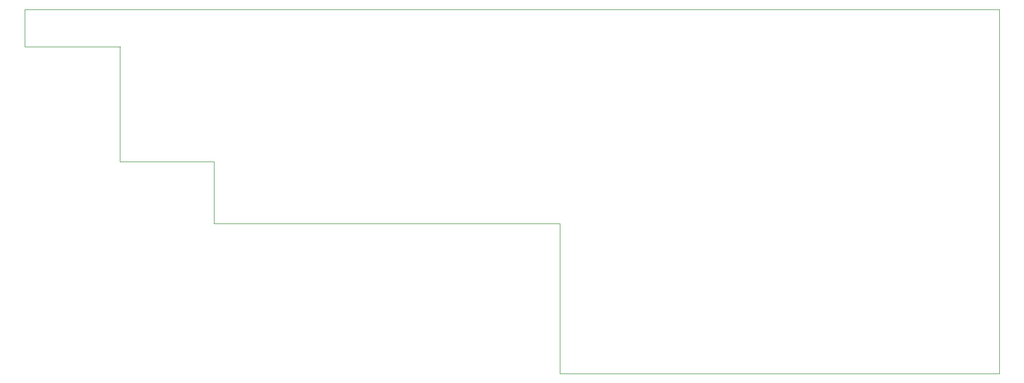
<source format=gbr>
%TF.GenerationSoftware,KiCad,Pcbnew,9.0.0*%
%TF.CreationDate,2025-04-14T10:18:26-04:00*%
%TF.ProjectId,centerPCB,63656e74-6572-4504-9342-2e6b69636164,rev?*%
%TF.SameCoordinates,Original*%
%TF.FileFunction,Profile,NP*%
%FSLAX46Y46*%
G04 Gerber Fmt 4.6, Leading zero omitted, Abs format (unit mm)*
G04 Created by KiCad (PCBNEW 9.0.0) date 2025-04-14 10:18:26*
%MOMM*%
%LPD*%
G01*
G04 APERTURE LIST*
%TA.AperFunction,Profile*%
%ADD10C,0.050000*%
%TD*%
G04 APERTURE END LIST*
D10*
X215000000Y-52700000D02*
X215000000Y-111500000D01*
X88500000Y-87250000D02*
X144250111Y-87250000D01*
X144250111Y-87250000D02*
X144250000Y-111500000D01*
X73380000Y-58730000D02*
X73380000Y-77250000D01*
X88500000Y-77250000D02*
X73380000Y-77250000D01*
X57999900Y-52700200D02*
X215000000Y-52700000D01*
X215000000Y-111500000D02*
X144250000Y-111500000D01*
X57999900Y-52700200D02*
X57994975Y-58730000D01*
X88500000Y-87250000D02*
X88500000Y-77250000D01*
X57994975Y-58730000D02*
X73405025Y-58730000D01*
M02*

</source>
